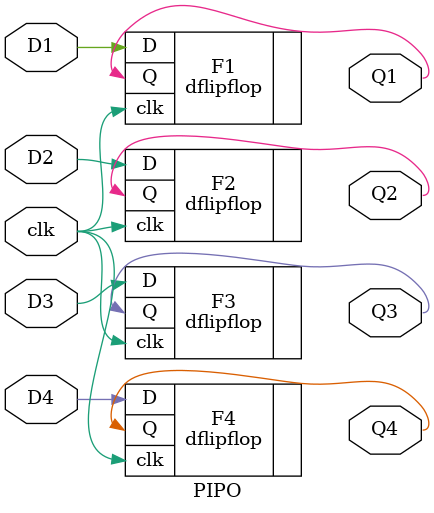
<source format=v>

module PIPO(D1,D2,D3,D4,Q1,Q2,Q3,Q4,clk);
input clk;
input D1,D2,D3,D4;
output Q1,Q2,Q3,Q4;
dflipflop F1(.D(D1),.Q(Q1),.clk(clk));

dflipflop F2(.D(D2),.Q(Q2),.clk(clk));

dflipflop F3(.D(D3),.Q(Q3),.clk(clk));

dflipflop F4(.D(D4),.Q(Q4),.clk(clk));

endmodule
</source>
